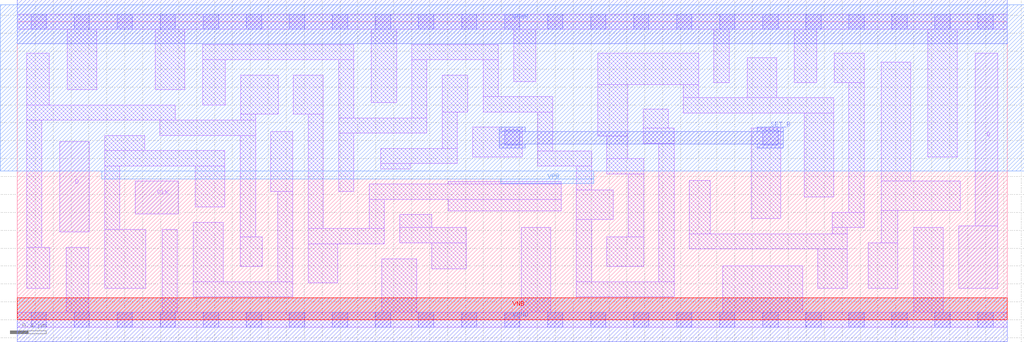
<source format=lef>
# Copyright 2020 The SkyWater PDK Authors
#
# Licensed under the Apache License, Version 2.0 (the "License");
# you may not use this file except in compliance with the License.
# You may obtain a copy of the License at
#
#     https://www.apache.org/licenses/LICENSE-2.0
#
# Unless required by applicable law or agreed to in writing, software
# distributed under the License is distributed on an "AS IS" BASIS,
# WITHOUT WARRANTIES OR CONDITIONS OF ANY KIND, either express or implied.
# See the License for the specific language governing permissions and
# limitations under the License.
#
# SPDX-License-Identifier: Apache-2.0

VERSION 5.7 ;
  NOWIREEXTENSIONATPIN ON ;
  DIVIDERCHAR "/" ;
  BUSBITCHARS "[]" ;
MACRO sky130_fd_sc_ms__dfstp_1
  CLASS CORE ;
  FOREIGN sky130_fd_sc_ms__dfstp_1 ;
  ORIGIN  0.000000  0.000000 ;
  SIZE  11.04000 BY  3.330000 ;
  SYMMETRY X Y ;
  SITE unit ;
  PIN D
    ANTENNAGATEAREA  0.138600 ;
    DIRECTION INPUT ;
    USE SIGNAL ;
    PORT
      LAYER li1 ;
        RECT 0.475000 0.980000 0.805000 1.990000 ;
    END
  END D
  PIN Q
    ANTENNADIFFAREA  0.513300 ;
    DIRECTION OUTPUT ;
    USE SIGNAL ;
    PORT
      LAYER li1 ;
        RECT 10.500000 0.350000 10.935000 1.050000 ;
        RECT 10.685000 1.050000 10.935000 2.980000 ;
    END
  END Q
  PIN SET_B
    ANTENNAGATEAREA  0.277200 ;
    DIRECTION INPUT ;
    USE SIGNAL ;
    PORT
      LAYER met1 ;
        RECT 5.375000 1.920000 5.665000 1.965000 ;
        RECT 5.375000 1.965000 8.545000 2.105000 ;
        RECT 5.375000 2.105000 5.665000 2.150000 ;
        RECT 8.255000 1.920000 8.545000 1.965000 ;
        RECT 8.255000 2.105000 8.545000 2.150000 ;
    END
  END SET_B
  PIN CLK
    ANTENNAGATEAREA  0.312600 ;
    DIRECTION INPUT ;
    USE CLOCK ;
    PORT
      LAYER li1 ;
        RECT 1.315000 1.180000 1.795000 1.550000 ;
    END
  END CLK
  PIN VGND
    DIRECTION INOUT ;
    USE GROUND ;
    PORT
      LAYER met1 ;
        RECT 0.000000 -0.245000 11.040000 0.245000 ;
    END
  END VGND
  PIN VNB
    DIRECTION INOUT ;
    USE GROUND ;
    PORT
      LAYER pwell ;
        RECT 0.000000 0.000000 11.040000 0.245000 ;
    END
  END VNB
  PIN VPB
    DIRECTION INOUT ;
    USE POWER ;
    PORT
      LAYER nwell ;
        RECT -0.190000 1.660000 11.230000 3.520000 ;
        RECT  0.940000 1.570000  6.430000 1.660000 ;
        RECT  5.390000 1.525000  6.430000 1.570000 ;
    END
  END VPB
  PIN VPWR
    DIRECTION INOUT ;
    USE POWER ;
    PORT
      LAYER met1 ;
        RECT 0.000000 3.085000 11.040000 3.575000 ;
    END
  END VPWR
  OBS
    LAYER li1 ;
      RECT  0.000000 -0.085000 11.040000 0.085000 ;
      RECT  0.000000  3.245000 11.040000 3.415000 ;
      RECT  0.105000  0.350000  0.365000 0.810000 ;
      RECT  0.105000  0.810000  0.275000 2.230000 ;
      RECT  0.105000  2.230000  1.760000 2.400000 ;
      RECT  0.105000  2.400000  0.355000 2.980000 ;
      RECT  0.545000  0.085000  0.795000 0.810000 ;
      RECT  0.555000  2.570000  0.885000 3.245000 ;
      RECT  0.975000  0.350000  1.435000 1.010000 ;
      RECT  0.975000  1.010000  1.145000 1.720000 ;
      RECT  0.975000  1.720000  2.315000 1.890000 ;
      RECT  0.975000  1.890000  1.420000 2.060000 ;
      RECT  1.540000  2.570000  1.870000 3.245000 ;
      RECT  1.590000  2.060000  2.660000 2.230000 ;
      RECT  1.615000  0.085000  1.785000 1.010000 ;
      RECT  1.965000  0.255000  3.075000 0.425000 ;
      RECT  1.965000  0.425000  2.295000 1.090000 ;
      RECT  1.985000  1.260000  2.315000 1.720000 ;
      RECT  2.070000  2.400000  2.320000 2.905000 ;
      RECT  2.070000  2.905000  3.755000 3.075000 ;
      RECT  2.485000  0.595000  2.735000 0.925000 ;
      RECT  2.485000  0.925000  2.660000 2.060000 ;
      RECT  2.490000  2.230000  2.660000 2.295000 ;
      RECT  2.490000  2.295000  2.910000 2.735000 ;
      RECT  2.830000  1.435000  3.075000 2.105000 ;
      RECT  2.905000  0.425000  3.075000 1.435000 ;
      RECT  3.080000  2.295000  3.415000 2.735000 ;
      RECT  3.245000  0.415000  3.575000 0.850000 ;
      RECT  3.245000  0.850000  4.095000 1.020000 ;
      RECT  3.245000  1.020000  3.415000 2.295000 ;
      RECT  3.585000  1.435000  3.755000 2.085000 ;
      RECT  3.585000  2.085000  4.570000 2.255000 ;
      RECT  3.585000  2.255000  3.755000 2.905000 ;
      RECT  3.925000  1.020000  4.095000 1.345000 ;
      RECT  3.925000  1.345000  6.065000 1.515000 ;
      RECT  3.950000  2.425000  4.230000 3.245000 ;
      RECT  4.055000  1.685000  4.385000 1.745000 ;
      RECT  4.055000  1.745000  4.910000 1.915000 ;
      RECT  4.065000  0.085000  4.455000 0.680000 ;
      RECT  4.265000  0.860000  5.010000 1.030000 ;
      RECT  4.265000  1.030000  4.625000 1.175000 ;
      RECT  4.400000  2.255000  4.570000 2.905000 ;
      RECT  4.400000  2.905000  5.365000 3.075000 ;
      RECT  4.625000  0.570000  5.010000 0.860000 ;
      RECT  4.740000  1.915000  4.910000 2.320000 ;
      RECT  4.740000  2.320000  5.025000 2.735000 ;
      RECT  4.805000  1.215000  6.065000 1.345000 ;
      RECT  4.805000  1.515000  6.065000 1.545000 ;
      RECT  5.080000  1.820000  5.635000 2.150000 ;
      RECT  5.195000  2.320000  5.975000 2.490000 ;
      RECT  5.195000  2.490000  5.365000 2.905000 ;
      RECT  5.535000  2.660000  5.785000 3.245000 ;
      RECT  5.620000  0.085000  5.950000 1.030000 ;
      RECT  5.805000  1.715000  6.405000 1.885000 ;
      RECT  5.805000  1.885000  5.975000 2.320000 ;
      RECT  6.235000  0.255000  7.325000 0.425000 ;
      RECT  6.235000  0.425000  6.405000 1.120000 ;
      RECT  6.235000  1.120000  6.645000 1.450000 ;
      RECT  6.235000  1.450000  6.405000 1.715000 ;
      RECT  6.475000  2.050000  6.810000 2.625000 ;
      RECT  6.475000  2.625000  7.600000 2.980000 ;
      RECT  6.575000  0.595000  6.985000 0.925000 ;
      RECT  6.575000  1.630000  6.985000 1.800000 ;
      RECT  6.575000  1.800000  6.810000 2.050000 ;
      RECT  6.815000  0.925000  6.985000 1.630000 ;
      RECT  6.980000  1.970000  7.325000 2.140000 ;
      RECT  6.980000  2.140000  7.260000 2.355000 ;
      RECT  7.155000  0.425000  7.325000 1.970000 ;
      RECT  7.430000  2.310000  9.105000 2.480000 ;
      RECT  7.430000  2.480000  7.600000 2.625000 ;
      RECT  7.495000  0.790000  9.260000 0.960000 ;
      RECT  7.495000  0.960000  7.730000 1.555000 ;
      RECT  7.770000  2.650000  7.940000 3.245000 ;
      RECT  7.870000  0.085000  8.760000 0.600000 ;
      RECT  8.140000  2.480000  8.470000 2.930000 ;
      RECT  8.185000  1.130000  8.515000 2.140000 ;
      RECT  8.665000  2.650000  8.915000 3.245000 ;
      RECT  8.775000  1.370000  9.105000 2.310000 ;
      RECT  8.930000  0.350000  9.260000 0.790000 ;
      RECT  9.090000  0.960000  9.260000 1.030000 ;
      RECT  9.090000  1.030000  9.445000 1.200000 ;
      RECT  9.115000  2.650000  9.445000 2.980000 ;
      RECT  9.275000  1.200000  9.445000 2.650000 ;
      RECT  9.490000  0.350000  9.820000 0.860000 ;
      RECT  9.635000  0.860000  9.820000 1.220000 ;
      RECT  9.635000  1.220000 10.515000 1.550000 ;
      RECT  9.635000  1.550000  9.965000 2.875000 ;
      RECT 10.000000  0.085000 10.330000 1.030000 ;
      RECT 10.155000  1.820000 10.485000 3.245000 ;
    LAYER mcon ;
      RECT  0.155000 -0.085000  0.325000 0.085000 ;
      RECT  0.155000  3.245000  0.325000 3.415000 ;
      RECT  0.635000 -0.085000  0.805000 0.085000 ;
      RECT  0.635000  3.245000  0.805000 3.415000 ;
      RECT  1.115000 -0.085000  1.285000 0.085000 ;
      RECT  1.115000  3.245000  1.285000 3.415000 ;
      RECT  1.595000 -0.085000  1.765000 0.085000 ;
      RECT  1.595000  3.245000  1.765000 3.415000 ;
      RECT  2.075000 -0.085000  2.245000 0.085000 ;
      RECT  2.075000  3.245000  2.245000 3.415000 ;
      RECT  2.555000 -0.085000  2.725000 0.085000 ;
      RECT  2.555000  3.245000  2.725000 3.415000 ;
      RECT  3.035000 -0.085000  3.205000 0.085000 ;
      RECT  3.035000  3.245000  3.205000 3.415000 ;
      RECT  3.515000 -0.085000  3.685000 0.085000 ;
      RECT  3.515000  3.245000  3.685000 3.415000 ;
      RECT  3.995000 -0.085000  4.165000 0.085000 ;
      RECT  3.995000  3.245000  4.165000 3.415000 ;
      RECT  4.475000 -0.085000  4.645000 0.085000 ;
      RECT  4.475000  3.245000  4.645000 3.415000 ;
      RECT  4.955000 -0.085000  5.125000 0.085000 ;
      RECT  4.955000  3.245000  5.125000 3.415000 ;
      RECT  5.435000 -0.085000  5.605000 0.085000 ;
      RECT  5.435000  1.950000  5.605000 2.120000 ;
      RECT  5.435000  3.245000  5.605000 3.415000 ;
      RECT  5.915000 -0.085000  6.085000 0.085000 ;
      RECT  5.915000  3.245000  6.085000 3.415000 ;
      RECT  6.395000 -0.085000  6.565000 0.085000 ;
      RECT  6.395000  3.245000  6.565000 3.415000 ;
      RECT  6.875000 -0.085000  7.045000 0.085000 ;
      RECT  6.875000  3.245000  7.045000 3.415000 ;
      RECT  7.355000 -0.085000  7.525000 0.085000 ;
      RECT  7.355000  3.245000  7.525000 3.415000 ;
      RECT  7.835000 -0.085000  8.005000 0.085000 ;
      RECT  7.835000  3.245000  8.005000 3.415000 ;
      RECT  8.315000 -0.085000  8.485000 0.085000 ;
      RECT  8.315000  1.950000  8.485000 2.120000 ;
      RECT  8.315000  3.245000  8.485000 3.415000 ;
      RECT  8.795000 -0.085000  8.965000 0.085000 ;
      RECT  8.795000  3.245000  8.965000 3.415000 ;
      RECT  9.275000 -0.085000  9.445000 0.085000 ;
      RECT  9.275000  3.245000  9.445000 3.415000 ;
      RECT  9.755000 -0.085000  9.925000 0.085000 ;
      RECT  9.755000  3.245000  9.925000 3.415000 ;
      RECT 10.235000 -0.085000 10.405000 0.085000 ;
      RECT 10.235000  3.245000 10.405000 3.415000 ;
      RECT 10.715000 -0.085000 10.885000 0.085000 ;
      RECT 10.715000  3.245000 10.885000 3.415000 ;
  END
END sky130_fd_sc_ms__dfstp_1
END LIBRARY

</source>
